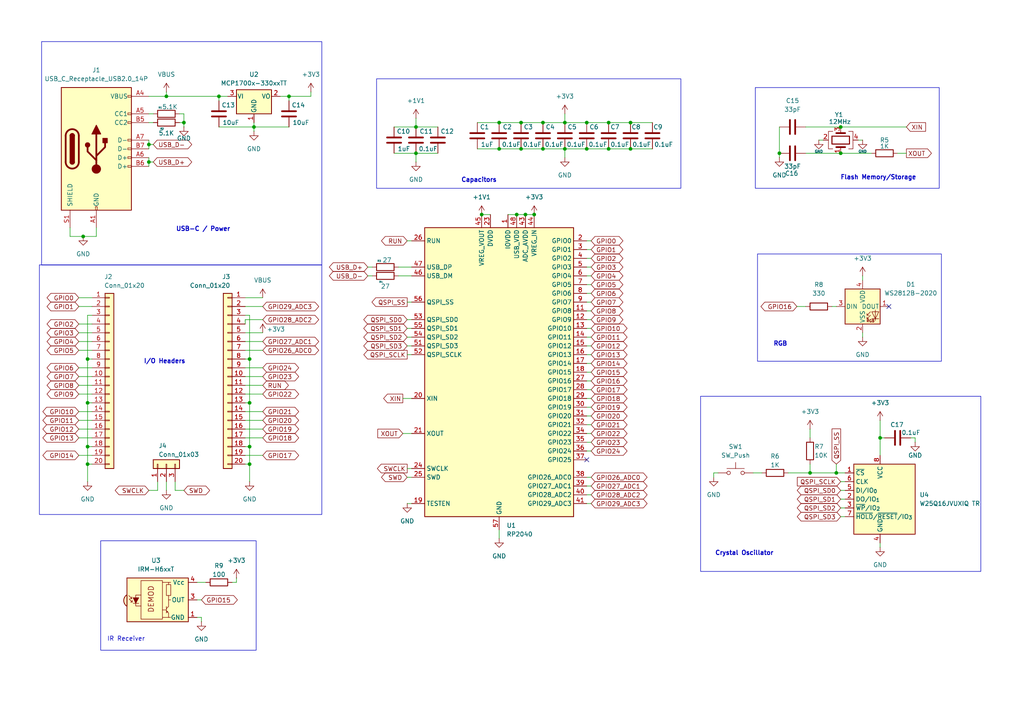
<source format=kicad_sch>
(kicad_sch (version 20250114) (generator "eeschema") (generator_version "9.0")
  (paper "A4")
  (rectangle (start 219.71 73.66) (end 273.05 104.775))
  (rectangle (start 203.2 114.935) (end 284.48 165.735))
  (rectangle (start 109.22 22.86) (end 197.485 54.61))
  (rectangle (start 12.065 12.065) (end 93.345 76.835))
  (rectangle (start 11.43 76.835) (end 93.345 149.225))
  (rectangle (start 219.075 25.4) (end 272.415 54.61))
  (rectangle (start 29.21 156.845) (end 74.295 188.595))
  (text "I/O Headers" (at 47.752 104.902 0) (effects (font (size 1.27 1.27) (thickness 0.254) (bold yes))))
  (text "RGB " (at 226.822 99.822 0) (effects (font (size 1.27 1.27) (thickness 0.254) (bold yes))))
  (text "Crystal Oscillator" (at 215.9 160.528 0) (effects (font (size 1.27 1.27) (thickness 0.254) (bold yes))))
  (text "Capacitors" (at 138.938 52.324 0) (effects (font (size 1.27 1.27) (thickness 0.254) (bold yes))))
  (text "Flash Memory/Storage" (at 254.762 51.562 0) (effects (font (size 1.27 1.27) (thickness 0.254) (bold yes))))
  (text "USB-C / Power" (at 58.928 66.548 0) (effects (font (size 1.27 1.27) (thickness 0.254) (bold yes))))
  (text "IR Receiver" (at 36.576 185.42 0) (effects (font (size 1.27 1.27))))
  (junction (at 176.53 43.18))
  (junction (at 163.83 35.56))
  (junction (at 43.18 41.91))
  (junction (at 149.86 62.23))
  (junction (at 72.39 129.54))
  (junction (at 151.13 43.18))
  (junction (at 176.53 35.56))
  (junction (at 243.84 44.45))
  (junction (at 24.13 68.58))
  (junction (at 25.4 134.62))
  (junction (at 144.78 35.56))
  (junction (at 72.39 116.84))
  (junction (at 73.66 36.83))
  (junction (at 157.48 43.18))
  (junction (at 163.83 43.18))
  (junction (at 255.27 127))
  (junction (at 226.06 44.45))
  (junction (at 182.88 35.56))
  (junction (at 170.18 35.56))
  (junction (at 72.39 104.14))
  (junction (at 170.18 43.18))
  (junction (at 243.84 36.83))
  (junction (at 154.94 62.23))
  (junction (at 234.95 137.16))
  (junction (at 151.13 35.56))
  (junction (at 120.65 36.83))
  (junction (at 242.57 137.16))
  (junction (at 63.5 27.94))
  (junction (at 157.48 35.56))
  (junction (at 25.4 129.54))
  (junction (at 144.78 43.18))
  (junction (at 83.82 27.94))
  (junction (at 48.26 27.94))
  (junction (at 72.39 134.62))
  (junction (at 152.4 62.23))
  (junction (at 43.18 46.99))
  (junction (at 25.4 116.84))
  (junction (at 25.4 104.14))
  (junction (at 120.65 44.45))
  (junction (at 139.7 62.23))
  (junction (at 182.88 43.18))
  (junction (at 53.34 35.56))
  (no_connect (at 257.81 88.9))
  (no_connect (at 170.18 133.35))
  (wire (pts (xy 170.18 92.71) (xy 171.45 92.71)))
  (wire (pts (xy 170.18 97.79) (xy 171.45 97.79)))
  (wire (pts (xy 233.68 44.45) (xy 243.84 44.45)))
  (wire (pts (xy 106.68 80.01) (xy 107.95 80.01)))
  (wire (pts (xy 63.5 36.83) (xy 73.66 36.83)))
  (wire (pts (xy 170.18 113.03) (xy 171.45 113.03)))
  (wire (pts (xy 71.12 116.84) (xy 72.39 116.84)))
  (wire (pts (xy 71.12 101.6) (xy 76.2 101.6)))
  (wire (pts (xy 45.72 139.7) (xy 45.72 142.24)))
  (wire (pts (xy 241.3 88.9) (xy 242.57 88.9)))
  (wire (pts (xy 22.86 132.08) (xy 26.67 132.08)))
  (wire (pts (xy 116.84 125.73) (xy 119.38 125.73)))
  (wire (pts (xy 243.84 144.78) (xy 245.11 144.78)))
  (wire (pts (xy 170.18 107.95) (xy 171.45 107.95)))
  (wire (pts (xy 218.44 137.16) (xy 220.98 137.16)))
  (wire (pts (xy 170.18 115.57) (xy 171.45 115.57)))
  (wire (pts (xy 170.18 90.17) (xy 171.45 90.17)))
  (wire (pts (xy 25.4 91.44) (xy 25.4 104.14)))
  (wire (pts (xy 71.12 96.52) (xy 76.2 96.52)))
  (wire (pts (xy 233.68 36.83) (xy 243.84 36.83)))
  (wire (pts (xy 170.18 120.65) (xy 171.45 120.65)))
  (wire (pts (xy 176.53 43.18) (xy 182.88 43.18)))
  (wire (pts (xy 71.12 109.22) (xy 76.2 109.22)))
  (wire (pts (xy 170.18 128.27) (xy 171.45 128.27)))
  (wire (pts (xy 170.18 100.33) (xy 171.45 100.33)))
  (wire (pts (xy 120.65 34.29) (xy 120.65 36.83)))
  (wire (pts (xy 115.57 77.47) (xy 119.38 77.47)))
  (wire (pts (xy 250.19 96.52) (xy 250.19 97.79)))
  (wire (pts (xy 22.86 88.9) (xy 26.67 88.9)))
  (wire (pts (xy 231.14 88.9) (xy 233.68 88.9)))
  (wire (pts (xy 52.07 35.56) (xy 53.34 35.56)))
  (wire (pts (xy 208.28 137.16) (xy 207.01 137.16)))
  (wire (pts (xy 71.12 104.14) (xy 72.39 104.14)))
  (wire (pts (xy 170.18 80.01) (xy 171.45 80.01)))
  (wire (pts (xy 83.82 27.94) (xy 83.82 29.21)))
  (wire (pts (xy 81.28 27.94) (xy 83.82 27.94)))
  (wire (pts (xy 71.12 114.3) (xy 76.2 114.3)))
  (wire (pts (xy 72.39 104.14) (xy 72.39 116.84)))
  (wire (pts (xy 53.34 35.56) (xy 53.34 36.83)))
  (wire (pts (xy 71.12 88.9) (xy 76.2 88.9)))
  (wire (pts (xy 116.84 115.57) (xy 119.38 115.57)))
  (wire (pts (xy 71.12 99.06) (xy 76.2 99.06)))
  (wire (pts (xy 226.06 36.83) (xy 226.06 44.45)))
  (wire (pts (xy 68.58 168.91) (xy 68.58 167.64)))
  (wire (pts (xy 118.11 102.87) (xy 119.38 102.87)))
  (wire (pts (xy 25.4 129.54) (xy 26.67 129.54)))
  (wire (pts (xy 149.86 62.23) (xy 152.4 62.23)))
  (wire (pts (xy 170.18 43.18) (xy 176.53 43.18)))
  (wire (pts (xy 20.32 68.58) (xy 24.13 68.58)))
  (wire (pts (xy 163.83 43.18) (xy 170.18 43.18)))
  (wire (pts (xy 48.26 139.7) (xy 48.26 142.24)))
  (wire (pts (xy 152.4 62.23) (xy 154.94 62.23)))
  (wire (pts (xy 26.67 116.84) (xy 25.4 116.84)))
  (wire (pts (xy 170.18 110.49) (xy 171.45 110.49)))
  (wire (pts (xy 182.88 43.18) (xy 189.23 43.18)))
  (wire (pts (xy 157.48 35.56) (xy 163.83 35.56)))
  (wire (pts (xy 255.27 157.48) (xy 255.27 158.75)))
  (wire (pts (xy 170.18 102.87) (xy 171.45 102.87)))
  (wire (pts (xy 73.66 36.83) (xy 83.82 36.83)))
  (wire (pts (xy 170.18 95.25) (xy 171.45 95.25)))
  (wire (pts (xy 138.43 43.18) (xy 144.78 43.18)))
  (wire (pts (xy 72.39 129.54) (xy 72.39 134.62)))
  (wire (pts (xy 182.88 35.56) (xy 189.23 35.56)))
  (wire (pts (xy 256.54 127) (xy 255.27 127)))
  (wire (pts (xy 170.18 125.73) (xy 171.45 125.73)))
  (wire (pts (xy 250.19 80.01) (xy 250.19 81.28)))
  (wire (pts (xy 20.32 66.04) (xy 20.32 68.58)))
  (wire (pts (xy 22.86 96.52) (xy 26.67 96.52)))
  (wire (pts (xy 243.84 44.45) (xy 252.73 44.45)))
  (wire (pts (xy 151.13 35.56) (xy 157.48 35.56)))
  (wire (pts (xy 43.18 46.99) (xy 43.18 48.26)))
  (wire (pts (xy 22.86 119.38) (xy 26.67 119.38)))
  (wire (pts (xy 22.86 121.92) (xy 26.67 121.92)))
  (wire (pts (xy 170.18 72.39) (xy 171.45 72.39)))
  (wire (pts (xy 71.12 132.08) (xy 76.2 132.08)))
  (wire (pts (xy 170.18 69.85) (xy 171.45 69.85)))
  (wire (pts (xy 27.94 68.58) (xy 24.13 68.58)))
  (wire (pts (xy 120.65 36.83) (xy 127 36.83)))
  (wire (pts (xy 255.27 127) (xy 255.27 132.08)))
  (wire (pts (xy 25.4 134.62) (xy 26.67 134.62)))
  (wire (pts (xy 26.67 104.14) (xy 25.4 104.14)))
  (wire (pts (xy 67.31 168.91) (xy 68.58 168.91)))
  (wire (pts (xy 118.11 97.79) (xy 119.38 97.79)))
  (wire (pts (xy 52.07 33.02) (xy 53.34 33.02)))
  (wire (pts (xy 118.11 100.33) (xy 119.38 100.33)))
  (wire (pts (xy 242.57 134.62) (xy 242.57 137.16)))
  (wire (pts (xy 114.3 44.45) (xy 120.65 44.45)))
  (wire (pts (xy 22.86 124.46) (xy 26.67 124.46)))
  (wire (pts (xy 234.95 137.16) (xy 242.57 137.16)))
  (wire (pts (xy 58.42 179.07) (xy 58.42 180.34)))
  (wire (pts (xy 73.66 35.56) (xy 73.66 36.83)))
  (wire (pts (xy 170.18 77.47) (xy 171.45 77.47)))
  (wire (pts (xy 43.18 45.72) (xy 43.18 46.99)))
  (wire (pts (xy 57.15 168.91) (xy 59.69 168.91)))
  (wire (pts (xy 170.18 85.09) (xy 171.45 85.09)))
  (wire (pts (xy 170.18 87.63) (xy 171.45 87.63)))
  (wire (pts (xy 71.12 86.36) (xy 76.2 86.36)))
  (wire (pts (xy 170.18 105.41) (xy 171.45 105.41)))
  (wire (pts (xy 170.18 143.51) (xy 171.45 143.51)))
  (wire (pts (xy 76.2 92.71) (xy 71.12 92.71)))
  (wire (pts (xy 234.95 134.62) (xy 234.95 137.16)))
  (wire (pts (xy 71.12 111.76) (xy 76.2 111.76)))
  (wire (pts (xy 57.15 173.99) (xy 58.42 173.99)))
  (wire (pts (xy 170.18 35.56) (xy 176.53 35.56)))
  (wire (pts (xy 71.12 127) (xy 76.2 127)))
  (wire (pts (xy 163.83 43.18) (xy 163.83 45.72)))
  (wire (pts (xy 50.8 139.7) (xy 50.8 142.24)))
  (wire (pts (xy 106.68 77.47) (xy 107.95 77.47)))
  (wire (pts (xy 71.12 134.62) (xy 72.39 134.62)))
  (wire (pts (xy 71.12 119.38) (xy 76.2 119.38)))
  (wire (pts (xy 144.78 153.67) (xy 144.78 156.21)))
  (wire (pts (xy 118.11 138.43) (xy 119.38 138.43)))
  (wire (pts (xy 73.66 36.83) (xy 73.66 38.1)))
  (wire (pts (xy 243.84 139.7) (xy 245.11 139.7)))
  (wire (pts (xy 25.4 104.14) (xy 25.4 116.84)))
  (wire (pts (xy 114.3 36.83) (xy 120.65 36.83)))
  (wire (pts (xy 71.12 121.92) (xy 76.2 121.92)))
  (wire (pts (xy 207.01 137.16) (xy 207.01 138.43)))
  (wire (pts (xy 265.43 127) (xy 265.43 128.27)))
  (wire (pts (xy 57.15 179.07) (xy 58.42 179.07)))
  (wire (pts (xy 72.39 134.62) (xy 72.39 139.7)))
  (wire (pts (xy 63.5 27.94) (xy 66.04 27.94)))
  (wire (pts (xy 71.12 106.68) (xy 76.2 106.68)))
  (wire (pts (xy 71.12 129.54) (xy 72.39 129.54)))
  (wire (pts (xy 176.53 35.56) (xy 182.88 35.56)))
  (wire (pts (xy 138.43 35.56) (xy 144.78 35.56)))
  (wire (pts (xy 163.83 33.02) (xy 163.83 35.56)))
  (wire (pts (xy 157.48 43.18) (xy 163.83 43.18)))
  (wire (pts (xy 170.18 130.81) (xy 171.45 130.81)))
  (wire (pts (xy 170.18 140.97) (xy 171.45 140.97)))
  (wire (pts (xy 43.18 35.56) (xy 44.45 35.56)))
  (wire (pts (xy 139.7 62.23) (xy 142.24 62.23)))
  (wire (pts (xy 43.18 40.64) (xy 43.18 41.91)))
  (wire (pts (xy 50.8 142.24) (xy 53.34 142.24)))
  (wire (pts (xy 170.18 82.55) (xy 171.45 82.55)))
  (wire (pts (xy 243.84 142.24) (xy 245.11 142.24)))
  (wire (pts (xy 243.84 147.32) (xy 245.11 147.32)))
  (wire (pts (xy 118.11 87.63) (xy 119.38 87.63)))
  (wire (pts (xy 43.18 27.94) (xy 48.26 27.94)))
  (wire (pts (xy 26.67 91.44) (xy 25.4 91.44)))
  (wire (pts (xy 22.86 93.98) (xy 26.67 93.98)))
  (wire (pts (xy 22.86 101.6) (xy 26.67 101.6)))
  (wire (pts (xy 25.4 116.84) (xy 25.4 129.54)))
  (wire (pts (xy 43.18 41.91) (xy 43.18 43.18)))
  (wire (pts (xy 255.27 121.92) (xy 255.27 127)))
  (wire (pts (xy 144.78 43.18) (xy 151.13 43.18)))
  (wire (pts (xy 119.38 146.05) (xy 118.11 146.05)))
  (wire (pts (xy 48.26 27.94) (xy 63.5 27.94)))
  (wire (pts (xy 90.17 27.94) (xy 83.82 27.94)))
  (wire (pts (xy 151.13 43.18) (xy 157.48 43.18)))
  (wire (pts (xy 90.17 26.67) (xy 90.17 27.94)))
  (wire (pts (xy 120.65 44.45) (xy 120.65 46.99)))
  (wire (pts (xy 226.06 44.45) (xy 226.06 45.72)))
  (wire (pts (xy 260.35 44.45) (xy 262.89 44.45)))
  (wire (pts (xy 242.57 137.16) (xy 245.11 137.16)))
  (wire (pts (xy 238.76 40.64) (xy 237.49 40.64)))
  (wire (pts (xy 120.65 44.45) (xy 127 44.45)))
  (wire (pts (xy 71.12 92.71) (xy 71.12 93.98)))
  (wire (pts (xy 115.57 80.01) (xy 119.38 80.01)))
  (wire (pts (xy 118.11 95.25) (xy 119.38 95.25)))
  (wire (pts (xy 170.18 146.05) (xy 171.45 146.05)))
  (wire (pts (xy 22.86 86.36) (xy 26.67 86.36)))
  (wire (pts (xy 22.86 106.68) (xy 26.67 106.68)))
  (wire (pts (xy 243.84 36.83) (xy 262.89 36.83)))
  (wire (pts (xy 27.94 66.04) (xy 27.94 68.58)))
  (wire (pts (xy 22.86 99.06) (xy 26.67 99.06)))
  (wire (pts (xy 264.16 127) (xy 265.43 127)))
  (wire (pts (xy 43.18 46.99) (xy 44.45 46.99)))
  (wire (pts (xy 170.18 74.93) (xy 171.45 74.93)))
  (wire (pts (xy 25.4 129.54) (xy 25.4 134.62)))
  (wire (pts (xy 22.86 111.76) (xy 26.67 111.76)))
  (wire (pts (xy 118.11 135.89) (xy 119.38 135.89)))
  (wire (pts (xy 22.86 127) (xy 26.67 127)))
  (wire (pts (xy 118.11 69.85) (xy 119.38 69.85)))
  (wire (pts (xy 71.12 124.46) (xy 76.2 124.46)))
  (wire (pts (xy 71.12 91.44) (xy 72.39 91.44)))
  (wire (pts (xy 53.34 33.02) (xy 53.34 35.56)))
  (wire (pts (xy 147.32 62.23) (xy 149.86 62.23)))
  (wire (pts (xy 43.18 41.91) (xy 44.45 41.91)))
  (wire (pts (xy 118.11 92.71) (xy 119.38 92.71)))
  (wire (pts (xy 72.39 116.84) (xy 72.39 129.54)))
  (wire (pts (xy 144.78 35.56) (xy 151.13 35.56)))
  (wire (pts (xy 170.18 118.11) (xy 171.45 118.11)))
  (wire (pts (xy 163.83 35.56) (xy 170.18 35.56)))
  (wire (pts (xy 170.18 138.43) (xy 171.45 138.43)))
  (wire (pts (xy 43.18 33.02) (xy 44.45 33.02)))
  (wire (pts (xy 72.39 91.44) (xy 72.39 104.14)))
  (wire (pts (xy 248.92 40.64) (xy 250.19 40.64)))
  (wire (pts (xy 45.72 142.24) (xy 43.18 142.24)))
  (wire (pts (xy 243.84 149.86) (xy 245.11 149.86)))
  (wire (pts (xy 22.86 114.3) (xy 26.67 114.3)))
  (wire (pts (xy 170.18 123.19) (xy 171.45 123.19)))
  (wire (pts (xy 63.5 27.94) (xy 63.5 29.21)))
  (wire (pts (xy 22.86 109.22) (xy 26.67 109.22)))
  (wire (pts (xy 48.26 26.67) (xy 48.26 27.94)))
  (wire (pts (xy 228.6 137.16) (xy 234.95 137.16)))
  (wire (pts (xy 25.4 134.62) (xy 25.4 139.7)))
  (wire (pts (xy 234.95 124.46) (xy 234.95 127)))
  (global_label "GPIO5" (shape bidirectional) (at 22.86 101.6 180) (property "Intersheetrefs" "${INTERSHEET_REFS}" (effects (hide yes))))
  (global_label "GPIO26_ADC0" (shape bidirectional) (at 76.2 101.6 0) (property "Intersheetrefs" "${INTERSHEET_REFS}" (effects (hide yes))))
  (global_label "QSPI_SD3" (shape bidirectional) (at 118.11 100.33 180) (property "Intersheetrefs" "${INTERSHEET_REFS}" (effects (hide yes))))
  (global_label "GPIO2" (shape bidirectional) (at 171.45 74.93 0) (property "Intersheetrefs" "${INTERSHEET_REFS}" (effects (hide yes))))
  (global_label "GPIO13" (shape bidirectional) (at 22.86 127 180) (property "Intersheetrefs" "${INTERSHEET_REFS}" (effects (hide yes))))
  (global_label "GPIO18" (shape bidirectional) (at 171.45 115.57 0) (property "Intersheetrefs" "${INTERSHEET_REFS}" (effects (hide yes))))
  (global_label "QSPI_SD0" (shape bidirectional) (at 243.84 142.24 180) (property "Intersheetrefs" "${INTERSHEET_REFS}" (effects (hide yes))))
  (global_label "GPIO6" (shape bidirectional) (at 22.86 106.68 180) (property "Intersheetrefs" "${INTERSHEET_REFS}" (effects (hide yes))))
  (global_label "GPIO14" (shape bidirectional) (at 171.45 105.41 0) (property "Intersheetrefs" "${INTERSHEET_REFS}" (effects (hide yes))))
  (global_label "SWD" (shape bidirectional) (at 118.11 138.43 180) (property "Intersheetrefs" "${INTERSHEET_REFS}" (effects (hide yes))))
  (global_label "GPIO28_ADC2" (shape bidirectional) (at 76.2 92.71 0) (property "Intersheetrefs" "${INTERSHEET_REFS}" (effects (hide yes))))
  (global_label "GPIO18" (shape bidirectional) (at 76.2 127 0) (property "Intersheetrefs" "${INTERSHEET_REFS}" (effects (hide yes))))
  (global_label "SWCLK" (shape bidirectional) (at 43.18 142.24 180) (property "Intersheetrefs" "${INTERSHEET_REFS}" (effects (hide yes))))
  (global_label "GPIO8" (shape bidirectional) (at 22.86 111.76 180) (property "Intersheetrefs" "${INTERSHEET_REFS}" (effects (hide yes))))
  (global_label "GPIO8" (shape bidirectional) (at 171.45 90.17 0) (property "Intersheetrefs" "${INTERSHEET_REFS}" (effects (hide yes))))
  (global_label "GPIO13" (shape bidirectional) (at 171.45 102.87 0) (property "Intersheetrefs" "${INTERSHEET_REFS}" (effects (hide yes))))
  (global_label "GPIO6" (shape bidirectional) (at 171.45 85.09 0) (property "Intersheetrefs" "${INTERSHEET_REFS}" (effects (hide yes))))
  (global_label "RUN" (shape bidirectional) (at 118.11 69.85 180) (property "Intersheetrefs" "${INTERSHEET_REFS}" (effects (hide yes))))
  (global_label "GPIO3" (shape bidirectional) (at 22.86 96.52 180) (property "Intersheetrefs" "${INTERSHEET_REFS}" (effects (hide yes))))
  (global_label "GPIO11" (shape bidirectional) (at 171.45 97.79 0) (property "Intersheetrefs" "${INTERSHEET_REFS}" (effects (hide yes))))
  (global_label "GPIO7" (shape bidirectional) (at 22.86 109.22 180) (property "Intersheetrefs" "${INTERSHEET_REFS}" (effects (hide yes))))
  (global_label "GPIO24" (shape bidirectional) (at 171.45 130.81 0) (property "Intersheetrefs" "${INTERSHEET_REFS}" (effects (hide yes))))
  (global_label "QSPI_SD2" (shape bidirectional) (at 118.11 97.79 180) (property "Intersheetrefs" "${INTERSHEET_REFS}" (effects (hide yes))))
  (global_label "QSPI_SD2" (shape bidirectional) (at 243.84 147.32 180) (property "Intersheetrefs" "${INTERSHEET_REFS}" (effects (hide yes))))
  (global_label "SWCLK" (shape output) (at 118.11 135.89 180) (property "Intersheetrefs" "${INTERSHEET_REFS}" (effects (hide yes))))
  (global_label "XOUT" (shape output) (at 262.89 44.45 0) (property "Intersheetrefs" "${INTERSHEET_REFS}" (effects (hide yes))))
  (global_label "GPIO9" (shape bidirectional) (at 171.45 92.71 0) (property "Intersheetrefs" "${INTERSHEET_REFS}" (effects (hide yes))))
  (global_label "GPIO21" (shape bidirectional) (at 76.2 119.38 0) (property "Intersheetrefs" "${INTERSHEET_REFS}" (effects (hide yes))))
  (global_label "XOUT" (shape input) (at 116.84 125.73 180) (property "Intersheetrefs" "${INTERSHEET_REFS}" (effects (hide yes))))
  (global_label "GPIO16" (shape bidirectional) (at 231.14 88.9 180) (property "Intersheetrefs" "${INTERSHEET_REFS}" (effects (hide yes))))
  (global_label "GPIO28_ADC2" (shape bidirectional) (at 171.45 143.51 0) (property "Intersheetrefs" "${INTERSHEET_REFS}" (effects (hide yes))))
  (global_label "QSPI_SS" (shape output) (at 118.11 87.63 180) (property "Intersheetrefs" "${INTERSHEET_REFS}" (effects (hide yes))))
  (global_label "GPIO5" (shape bidirectional) (at 171.45 82.55 0) (property "Intersheetrefs" "${INTERSHEET_REFS}" (effects (hide yes))))
  (global_label "GPIO11" (shape bidirectional) (at 22.86 121.92 180) (property "Intersheetrefs" "${INTERSHEET_REFS}" (effects (hide yes))))
  (global_label "USB_D-" (shape bidirectional) (at 44.45 41.91 0) (property "Intersheetrefs" "${INTERSHEET_REFS}" (effects (hide yes))))
  (global_label "QSPI_SD1" (shape bidirectional) (at 243.84 144.78 180) (property "Intersheetrefs" "${INTERSHEET_REFS}" (effects (hide yes))))
  (global_label "GPIO4" (shape bidirectional) (at 22.86 99.06 180) (property "Intersheetrefs" "${INTERSHEET_REFS}" (effects (hide yes))))
  (global_label "GPIO29_ADC3" (shape bidirectional) (at 76.2 88.9 0) (property "Intersheetrefs" "${INTERSHEET_REFS}" (effects (hide yes))))
  (global_label "GPIO22" (shape bidirectional) (at 76.2 114.3 0) (property "Intersheetrefs" "${INTERSHEET_REFS}" (effects (hide yes))))
  (global_label "GPIO12" (shape bidirectional) (at 171.45 100.33 0) (property "Intersheetrefs" "${INTERSHEET_REFS}" (effects (hide yes))))
  (global_label "GPIO2" (shape bidirectional) (at 22.86 93.98 180) (property "Intersheetrefs" "${INTERSHEET_REFS}" (effects (hide yes))))
  (global_label "GPIO15" (shape bidirectional) (at 58.42 173.99 0) (property "Intersheetrefs" "${INTERSHEET_REFS}" (effects (hide yes))))
  (global_label "GPIO10" (shape bidirectional) (at 171.45 95.25 0) (property "Intersheetrefs" "${INTERSHEET_REFS}" (effects (hide yes))))
  (global_label "GPIO19" (shape bidirectional) (at 76.2 124.46 0) (property "Intersheetrefs" "${INTERSHEET_REFS}" (effects (hide yes))))
  (global_label "XIN" (shape input) (at 262.89 36.83 0) (property "Intersheetrefs" "${INTERSHEET_REFS}" (effects (hide yes))))
  (global_label "GPIO0" (shape bidirectional) (at 171.45 69.85 0) (property "Intersheetrefs" "${INTERSHEET_REFS}" (effects (hide yes))))
  (global_label "GPIO10" (shape bidirectional) (at 22.86 119.38 180) (property "Intersheetrefs" "${INTERSHEET_REFS}" (effects (hide yes))))
  (global_label "USB_D+" (shape bidirectional) (at 106.68 77.47 180) (property "Intersheetrefs" "${INTERSHEET_REFS}" (effects (hide yes))))
  (global_label "RUN" (shape bidirectional) (at 76.2 111.76 0) (property "Intersheetrefs" "${INTERSHEET_REFS}" (effects (hide yes))))
  (global_label "QSPI_SCLK" (shape output) (at 118.11 102.87 180) (property "Intersheetrefs" "${INTERSHEET_REFS}" (effects (hide yes))))
  (global_label "GPIO16" (shape bidirectional) (at 171.45 110.49 0) (property "Intersheetrefs" "${INTERSHEET_REFS}" (effects (hide yes))))
  (global_label "QSPI_SD3" (shape bidirectional) (at 243.84 149.86 180) (property "Intersheetrefs" "${INTERSHEET_REFS}" (effects (hide yes))))
  (global_label "GPIO4" (shape bidirectional) (at 171.45 80.01 0) (property "Intersheetrefs" "${INTERSHEET_REFS}" (effects (hide yes))))
  (global_label "GPIO1" (shape bidirectional) (at 22.86 88.9 180) (property "Intersheetrefs" "${INTERSHEET_REFS}" (effects (hide yes))))
  (global_label "XIN" (shape output) (at 116.84 115.57 180) (property "Intersheetrefs" "${INTERSHEET_REFS}" (effects (hide yes))))
  (global_label "GPIO20" (shape bidirectional) (at 171.45 120.65 0) (property "Intersheetrefs" "${INTERSHEET_REFS}" (effects (hide yes))))
  (global_label "QSPI_SD1" (shape bidirectional) (at 118.11 95.25 180) (property "Intersheetrefs" "${INTERSHEET_REFS}" (effects (hide yes))))
  (global_label "GPIO23" (shape bidirectional) (at 76.2 109.22 0) (property "Intersheetrefs" "${INTERSHEET_REFS}" (effects (hide yes))))
  (global_label "QSPI_SCLK" (shape input) (at 243.84 139.7 180) (property "Intersheetrefs" "${INTERSHEET_REFS}" (effects (hide yes))))
  (global_label "SWD" (shape bidirectional) (at 53.34 142.24 0) (property "Intersheetrefs" "${INTERSHEET_REFS}" (effects (hide yes))))
  (global_label "GPIO7" (shape bidirectional) (at 171.45 87.63 0) (property "Intersheetrefs" "${INTERSHEET_REFS}" (effects (hide yes))))
  (global_label "QSPI_SS" (shape input) (at 242.57 134.62 90) (property "Intersheetrefs" "${INTERSHEET_REFS}" (effects (hide yes))))
  (global_label "GPIO24" (shape bidirectional) (at 76.2 106.68 0) (property "Intersheetrefs" "${INTERSHEET_REFS}" (effects (hide yes))))
  (global_label "GPIO29_ADC3" (shape bidirectional) (at 171.45 146.05 0) (property "Intersheetrefs" "${INTERSHEET_REFS}" (effects (hide yes))))
  (global_label "GPIO27_ADC1" (shape bidirectional) (at 76.2 99.06 0) (property "Intersheetrefs" "${INTERSHEET_REFS}" (effects (hide yes))))
  (global_label "GPIO20" (shape bidirectional) (at 76.2 121.92 0) (property "Intersheetrefs" "${INTERSHEET_REFS}" (effects (hide yes))))
  (global_label "GPIO9" (shape bidirectional) (at 22.86 114.3 180) (property "Intersheetrefs" "${INTERSHEET_REFS}" (effects (hide yes))))
  (global_label "GPIO21" (shape bidirectional) (at 171.45 123.19 0) (property "Intersheetrefs" "${INTERSHEET_REFS}" (effects (hide yes))))
  (global_label "QSPI_SD0" (shape bidirectional) (at 118.11 92.71 180) (property "Intersheetrefs" "${INTERSHEET_REFS}" (effects (hide yes))))
  (global_label "GPIO14" (shape bidirectional) (at 22.86 132.08 180) (property "Intersheetrefs" "${INTERSHEET_REFS}" (effects (hide yes))))
  (global_label "GPIO12" (shape bidirectional) (at 22.86 124.46 180) (property "Intersheetrefs" "${INTERSHEET_REFS}" (effects (hide yes))))
  (global_label "GPIO23" (shape bidirectional) (at 171.45 128.27 0) (property "Intersheetrefs" "${INTERSHEET_REFS}" (effects (hide yes))))
  (global_label "GPIO17" (shape bidirectional) (at 171.45 113.03 0) (property "Intersheetrefs" "${INTERSHEET_REFS}" (effects (hide yes))))
  (global_label "USB_D-" (shape bidirectional) (at 106.68 80.01 180) (property "Intersheetrefs" "${INTERSHEET_REFS}" (effects (hide yes))))
  (global_label "GPIO0" (shape bidirectional) (at 22.86 86.36 180) (property "Intersheetrefs" "${INTERSHEET_REFS}" (effects (hide yes))))
  (global_label "GPIO27_ADC1" (shape bidirectional) (at 171.45 140.97 0) (property "Intersheetrefs" "${INTERSHEET_REFS}" (effects (hide yes))))
  (global_label "GPIO3" (shape bidirectional) (at 171.45 77.47 0) (property "Intersheetrefs" "${INTERSHEET_REFS}" (effects (hide yes))))
  (global_label "GPIO19" (shape bidirectional) (at 171.45 118.11 0) (property "Intersheetrefs" "${INTERSHEET_REFS}" (effects (hide yes))))
  (global_label "USB_D+" (shape bidirectional) (at 44.45 46.99 0) (property "Intersheetrefs" "${INTERSHEET_REFS}" (effects (hide yes))))
  (global_label "GPIO1" (shape bidirectional) (at 171.45 72.39 0) (property "Intersheetrefs" "${INTERSHEET_REFS}" (effects (hide yes))))
  (global_label "GPIO22" (shape bidirectional) (at 171.45 125.73 0) (property "Intersheetrefs" "${INTERSHEET_REFS}" (effects (hide yes))))
  (global_label "GPIO17" (shape bidirectional) (at 76.2 132.08 0) (property "Intersheetrefs" "${INTERSHEET_REFS}" (effects (hide yes))))
  (global_label "GPIO26_ADC0" (shape bidirectional) (at 171.45 138.43 0) (property "Intersheetrefs" "${INTERSHEET_REFS}" (effects (hide yes))))
  (global_label "GPIO15" (shape bidirectional) (at 171.45 107.95 0) (property "Intersheetrefs" "${INTERSHEET_REFS}" (effects (hide yes))))
  (symbol (lib_id "power:GND") (at 24.13 68.58 0) (unit 1)
    (property "Reference" "#PWR08" (effects (hide yes)))
    (property "Value" "GND" (at 24.13 73.66 0))
    (property "Description" "Power symbol creates a global label with name \"GND\" , ground" (effects (hide yes)))
  )
  (symbol (lib_id "power:GND") (at 72.39 139.7 0) (unit 1)
    (property "Reference" "#PWR023" (effects (hide yes)))
    (property "Value" "GND" (at 72.39 144.78 0))
    (property "Description" "Power symbol creates a global label with name \"GND\" , ground" (effects (hide yes)))
  )
  (symbol (lib_id "power:GND") (at 237.49 40.64 0) (unit 1)
    (property "Reference" "#PWR013" (effects (hide yes)))
    (property "Value" "GND" (at 237.49 43.942 0) (effects (font (size 0.762 0.762))))
    (property "Description" "Power symbol creates a global label with name \"GND\" , ground" (effects (hide yes)))
  )
  (symbol (lib_id "Device:R") (at 237.49 88.9 90) (unit 1)
    (property "Reference" "R8" (at 237.49 82.55 90))
    (property "Value" "330" (at 237.49 85.09 90))
    (property "Footprint" "Capacitor_SMD:C_0402_1005Metric" (effects (hide yes)))
    (property "Description" "Resistor" (effects (hide yes)))
  )
  (symbol (lib_id "Device:C") (at 182.88 39.37 0) (unit 1)
    (property "Reference" "C8" (at 183.134 36.83 0) (effects (justify left)))
    (property "Value" "0.1uF" (at 183.388 41.91 0) (effects (justify left)))
    (property "Footprint" "Capacitor_SMD:C_0402_1005Metric" (effects (hide yes)))
    (property "Description" "Unpolarized capacitor" (effects (hide yes)))
  )
  (symbol (lib_id "Device:C") (at 127 40.64 0) (unit 1)
    (property "Reference" "C12" (at 127.762 38.1 0) (effects (justify left)))
    (property "Value" "0.1uF" (effects (hide yes)))
    (property "Footprint" "Capacitor_SMD:C_0402_1005Metric" (effects (hide yes)))
    (property "Description" "Unpolarized capacitor" (effects (hide yes)))
  )
  (symbol (lib_id "Device:R") (at 48.26 33.02 90) (unit 1)
    (property "Reference" "R1" (at 46.482 31.242 90) (effects (font (size 0.508 0.508))))
    (property "Value" "5.1K" (at 49.276 30.988 90))
    (property "Footprint" "Capacitor_SMD:C_0402_1005Metric" (effects (hide yes)))
    (property "Description" "Resistor" (effects (hide yes)))
  )
  (symbol (lib_id "Connector_Generic:Conn_01x20") (at 31.75 109.22 0) (unit 1)
    (property "Reference" "J2" (at 30.226 80.264 0) (effects (justify left)))
    (property "Value" "Conn_01x20" (at 30.226 82.804 0) (effects (justify left)))
    (property "Footprint" "Connector_PinHeader_2.54mm:PinHeader_1x20_P2.54mm_Vertical" (effects (hide yes)))
    (property "Description" "Generic connector, single row, 01x20, script generated (kicad-library-utils/schlib/autogen/connector/)" (effects (hide yes)))
  )
  (symbol (lib_id "Device:R") (at 224.79 137.16 90) (unit 1)
    (property "Reference" "R6" (at 224.79 132.334 90))
    (property "Value" "1K" (at 224.79 134.874 90))
    (property "Footprint" "Capacitor_SMD:C_0402_1005Metric" (effects (hide yes)))
    (property "Description" "Resistor" (effects (hide yes)))
  )
  (symbol (lib_id "Device:C") (at 260.35 127 90) (unit 1)
    (property "Reference" "C17" (at 262.128 123.19 90) (effects (justify left)))
    (property "Value" "0.1uF" (at 266.954 125.476 90) (effects (justify left)))
    (property "Footprint" "Capacitor_SMD:C_0402_1005Metric" (effects (hide yes)))
    (property "Description" "Unpolarized capacitor" (effects (hide yes)))
  )
  (symbol (lib_id "Device:C") (at 229.87 36.83 90) (unit 1)
    (property "Reference" "C15" (at 229.87 29.21 90))
    (property "Value" "33pF" (at 229.87 31.75 90))
    (property "Footprint" "Capacitor_SMD:C_0402_1005Metric" (effects (hide yes)))
    (property "Description" "Unpolarized capacitor" (effects (hide yes)))
  )
  (symbol (lib_id "power:GND") (at 207.01 138.43 0) (unit 1)
    (property "Reference" "#PWR020" (effects (hide yes)))
    (property "Value" "GND" (at 207.01 143.51 0))
    (property "Description" "Power symbol creates a global label with name \"GND\" , ground" (effects (hide yes)))
  )
  (symbol (lib_id "power:GND") (at 255.27 158.75 0) (unit 1)
    (property "Reference" "#PWR016" (effects (hide yes)))
    (property "Value" "GND" (at 255.27 163.83 0))
    (property "Description" "Power symbol creates a global label with name \"GND\" , ground" (effects (hide yes)))
  )
  (symbol (lib_id "power:+3V3") (at 68.58 167.64 0) (unit 1)
    (property "Reference" "#PWR030" (effects (hide yes)))
    (property "Value" "+3V3" (at 68.58 162.56 0))
    (property "Description" "Power symbol creates a global label with name \"+3V3\"" (effects (hide yes)))
  )
  (symbol (lib_id "power:+3V3") (at 90.17 26.67 0) (unit 1)
    (property "Reference" "#PWR011" (effects (hide yes)))
    (property "Value" "+3V3" (at 90.17 21.59 0))
    (property "Description" "Power symbol creates a global label with name \"+3V3\"" (effects (hide yes)))
  )
  (symbol (lib_id "Device:R") (at 256.54 44.45 90) (unit 1)
    (property "Reference" "R5" (at 256.54 40.64 90))
    (property "Value" "1K" (at 256.54 42.418 90))
    (property "Footprint" "Capacitor_SMD:C_0402_1005Metric" (effects (hide yes)))
    (property "Description" "Resistor" (effects (hide yes)))
  )
  (symbol (lib_id "power:GND") (at 250.19 97.79 0) (unit 1)
    (property "Reference" "#PWR027" (effects (hide yes)))
    (property "Value" "GND" (at 250.19 102.87 0))
    (property "Description" "Power symbol creates a global label with name \"GND\" , ground" (effects (hide yes)))
  )
  (symbol (lib_id "Device:C") (at 63.5 33.02 0) (unit 1)
    (property "Reference" "C13" (at 64.262 30.48 0) (effects (justify left)))
    (property "Value" "10uF" (at 64.516 35.56 0) (effects (justify left)))
    (property "Footprint" "Capacitor_SMD:C_0603_1608Metric" (effects (hide yes)))
    (property "Description" "Unpolarized capacitor" (effects (hide yes)))
  )
  (symbol (lib_id "power:GND") (at 73.66 38.1 0) (unit 1)
    (property "Reference" "#PWR010" (effects (hide yes)))
    (property "Value" "GND" (at 73.66 43.18 0))
    (property "Description" "Power symbol creates a global label with name \"GND\" , ground" (effects (hide yes)))
  )
  (symbol (lib_id "Device:C") (at 189.23 39.37 0) (unit 1)
    (property "Reference" "C9" (at 189.484 36.83 0) (effects (justify left)))
    (property "Value" "0.1uF" (at 189.738 41.91 0) (effects (justify left)))
    (property "Footprint" "Capacitor_SMD:C_0402_1005Metric" (effects (hide yes)))
    (property "Description" "Unpolarized capacitor" (effects (hide yes)))
  )
  (symbol (lib_id "power:VBUS") (at 48.26 26.67 0) (unit 1)
    (property "Reference" "#PWR012" (effects (hide yes)))
    (property "Value" "VBUS" (at 48.26 21.59 0))
    (property "Description" "Power symbol creates a global label with name \"VBUS\"" (effects (hide yes)))
  )
  (symbol (lib_id "Device:C") (at 144.78 39.37 0) (unit 1)
    (property "Reference" "C2" (at 145.796 36.83 0) (effects (justify left)))
    (property "Value" "0.1uF" (at 145.542 41.91 0) (effects (justify left)))
    (property "Footprint" "Capacitor_SMD:C_0402_1005Metric" (effects (hide yes)))
    (property "Description" "Unpolarized capacitor" (effects (hide yes)))
  )
  (symbol (lib_id "power:GND") (at 58.42 180.34 0) (unit 1)
    (property "Reference" "#PWR029" (effects (hide yes)))
    (property "Value" "GND" (at 58.42 185.42 0))
    (property "Description" "Power symbol creates a global label with name \"GND\" , ground" (effects (hide yes)))
  )
  (symbol (lib_id "Device:R") (at 111.76 77.47 90) (unit 1)
    (property "Reference" "R3" (at 109.982 75.692 90) (effects (font (size 0.508 0.508))))
    (property "Value" "27" (at 112.268 75.438 90))
    (property "Footprint" "Capacitor_SMD:C_0402_1005Metric" (effects (hide yes)))
    (property "Description" "Resistor" (effects (hide yes)))
  )
  (symbol (lib_id "Device:Crystal_GND24") (at 243.84 40.64 90) (unit 1)
    (property "Reference" "Y1" (at 243.332 33.274 90))
    (property "Value" "12MHz" (at 243.586 35.306 90))
    (property "Footprint" "Crystal:Crystal_SMD_3225-4Pin_3.2x2.5mm" (effects (hide yes)))
    (property "Description" "Four pin crystal, GND on pins 2 and 4" (effects (hide yes)))
  )
  (symbol (lib_id "Device:R") (at 48.26 35.56 90) (unit 1)
    (property "Reference" "R2" (at 46.99 37.338 90) (effects (font (size 0.508 0.508))))
    (property "Value" "5.1K" (at 48.26 38.608 90))
    (property "Footprint" "Capacitor_SMD:C_0402_1005Metric" (effects (hide yes)))
    (property "Description" "Resistor" (effects (hide yes)))
  )
  (symbol (lib_id "power:GND") (at 265.43 128.27 0) (unit 1)
    (property "Reference" "#PWR017" (effects (hide yes)))
    (property "Value" "GND" (at 265.43 132.08 0))
    (property "Description" "Power symbol creates a global label with name \"GND\" , ground" (effects (hide yes)))
  )
  (symbol (lib_id "Device:C") (at 151.13 39.37 0) (unit 1)
    (property "Reference" "C3" (at 151.892 36.83 0) (effects (justify left)))
    (property "Value" "0.1uF" (at 151.638 41.91 0) (effects (justify left)))
    (property "Footprint" "Capacitor_SMD:C_0402_1005Metric" (effects (hide yes)))
    (property "Description" "Unpolarized capacitor" (effects (hide yes)))
  )
  (symbol (lib_id "power:+3V3") (at 234.95 124.46 0) (unit 1)
    (property "Reference" "#PWR019" (effects (hide yes)))
    (property "Value" "+3V3" (at 234.95 119.38 0))
    (property "Description" "Power symbol creates a global label with name \"+3V3\"" (effects (hide yes)))
  )
  (symbol (lib_id "Device:C") (at 114.3 40.64 0) (unit 1)
    (property "Reference" "C10" (at 115.062 38.1 0) (effects (justify left)))
    (property "Value" "1uF" (at 115.316 43.18 0) (effects (justify left)))
    (property "Footprint" "Capacitor_SMD:C_0402_1005Metric" (effects (hide yes)))
    (property "Description" "Unpolarized capacitor" (effects (hide yes)))
  )
  (symbol (lib_id "power:+1V1") (at 139.7 62.23 0) (unit 1)
    (property "Reference" "#PWR01" (effects (hide yes)))
    (property "Value" "+1V1" (at 139.7 57.15 0))
    (property "Description" "Power symbol creates a global label with name \"+1V1\"" (effects (hide yes)))
  )
  (symbol (lib_id "Device:C") (at 176.53 39.37 0) (unit 1)
    (property "Reference" "C7" (at 177.038 36.83 0) (effects (justify left)))
    (property "Value" "0.1uF" (at 177.038 41.91 0) (effects (justify left)))
    (property "Footprint" "Capacitor_SMD:C_0402_1005Metric" (effects (hide yes)))
    (property "Description" "Unpolarized capacitor" (effects (hide yes)))
  )
  (symbol (lib_id "power:GND") (at 25.4 139.7 0) (unit 1)
    (property "Reference" "#PWR022" (effects (hide yes)))
    (property "Value" "GND" (at 25.4 144.78 0))
    (property "Description" "Power symbol creates a global label with name \"GND\" , ground" (effects (hide yes)))
  )
  (symbol (lib_id "power:GND") (at 163.83 45.72 0) (unit 1)
    (property "Reference" "#PWR03" (effects (hide yes)))
    (property "Value" "GND" (at 163.83 50.8 0))
    (property "Description" "Power symbol creates a global label with name \"GND\" , ground" (effects (hide yes)))
  )
  (symbol (lib_id "power:GND") (at 53.34 36.83 0) (unit 1)
    (property "Reference" "#PWR09" (effects (hide yes)))
    (property "Value" "GND" (at 53.34 40.132 0))
    (property "Description" "Power symbol creates a global label with name \"GND\" , ground" (effects (hide yes)))
  )
  (symbol (lib_id "power:+3V3") (at 250.19 80.01 0) (unit 1)
    (property "Reference" "#PWR028" (effects (hide yes)))
    (property "Value" "+3V3" (at 250.19 74.93 0))
    (property "Description" "Power symbol creates a global label with name \"+3V3\"" (effects (hide yes)))
  )
  (symbol (lib_id "power:+1V1") (at 120.65 34.29 0) (unit 1)
    (property "Reference" "#PWR05" (effects (hide yes)))
    (property "Value" "+1V1" (at 120.65 29.21 0))
    (property "Description" "Power symbol creates a global label with name \"+1V1\"" (effects (hide yes)))
  )
  (symbol (lib_id "Device:R") (at 111.76 80.01 90) (unit 1)
    (property "Reference" "R4" (at 110.49 81.788 90) (effects (font (size 0.508 0.508))))
    (property "Value" "27" (at 111.76 83.058 90))
    (property "Footprint" "Capacitor_SMD:C_0402_1005Metric" (effects (hide yes)))
    (property "Description" "Resistor" (effects (hide yes)))
  )
  (symbol (lib_id "Device:C") (at 229.87 44.45 90) (unit 1)
    (property "Reference" "C16" (at 229.616 50.292 90))
    (property "Value" "33pF" (at 229.87 48.26 90))
    (property "Footprint" "Capacitor_SMD:C_0402_1005Metric" (effects (hide yes)))
    (property "Description" "Unpolarized capacitor" (effects (hide yes)))
  )
  (symbol (lib_id "power:+3V3") (at 154.94 62.23 0) (unit 1)
    (property "Reference" "#PWR02" (effects (hide yes)))
    (property "Value" "+3V3" (at 154.94 57.15 0))
    (property "Description" "Power symbol creates a global label with name \"+3V3\"" (effects (hide yes)))
  )
  (symbol (lib_id "power:GND") (at 120.65 46.99 0) (unit 1)
    (property "Reference" "#PWR06" (effects (hide yes)))
    (property "Value" "GND" (at 120.65 52.07 0))
    (property "Description" "Power symbol creates a global label with name \"GND\" , ground" (effects (hide yes)))
  )
  (symbol (lib_id "power:GND") (at 250.19 40.64 0) (unit 1)
    (property "Reference" "#PWR014" (effects (hide yes)))
    (property "Value" "GND" (at 250.19 43.942 0) (effects (font (size 0.762 0.762))))
    (property "Description" "Power symbol creates a global label with name \"GND\" , ground" (effects (hide yes)))
  )
  (symbol (lib_id "Device:C") (at 163.83 39.37 0) (unit 1)
    (property "Reference" "C5" (at 164.592 36.83 0) (effects (justify left)))
    (property "Value" "0.1uF" (at 164.338 41.91 0) (effects (justify left)))
    (property "Footprint" "Capacitor_SMD:C_0402_1005Metric" (effects (hide yes)))
    (property "Description" "Unpolarized capacitor" (effects (hide yes)))
  )
  (symbol (lib_id "Device:C") (at 157.48 39.37 0) (unit 1)
    (property "Reference" "C4" (at 158.242 36.83 0) (effects (justify left)))
    (property "Value" "0.1uF" (at 157.988 41.91 0) (effects (justify left)))
    (property "Footprint" "Capacitor_SMD:C_0402_1005Metric" (effects (hide yes)))
    (property "Description" "Unpolarized capacitor" (effects (hide yes)))
  )
  (symbol (lib_id "Device:C") (at 138.43 39.37 0) (unit 1)
    (property "Reference" "C1" (at 139.192 36.83 0) (effects (justify left)))
    (property "Value" "1uF" (at 139.446 41.91 0) (effects (justify left)))
    (property "Footprint" "Capacitor_SMD:C_0402_1005Metric" (effects (hide yes)))
    (property "Description" "Unpolarized capacitor" (effects (hide yes)))
  )
  (symbol (lib_id "power:+3V3") (at 255.27 121.92 0) (unit 1)
    (property "Reference" "#PWR018" (effects (hide yes)))
    (property "Value" "+3V3" (at 255.27 116.84 0))
    (property "Description" "Power symbol creates a global label with name \"+3V3\"" (effects (hide yes)))
  )
  (symbol (lib_id "Switch:SW_Push") (at 213.36 137.16 0) (unit 1)
    (property "Reference" "SW1" (at 213.36 129.54 0))
    (property "Value" "SW_Push" (at 213.36 132.08 0))
    (property "Footprint" "Button_Switch_SMD:SW_Push_SPST_NO_Alps_SKRK" (effects (hide yes)))
    (property "Description" "Push button switch, generic, two pins" (effects (hide yes)))
  )
  (symbol (lib_id "power:+3V3") (at 163.83 33.02 0) (unit 1)
    (property "Reference" "#PWR04" (effects (hide yes)))
    (property "Value" "+3V3" (at 163.83 27.94 0))
    (property "Description" "Power symbol creates a global label with name \"+3V3\"" (effects (hide yes)))
  )
  (symbol (lib_id "Device:C") (at 120.65 40.64 0) (unit 1)
    (property "Reference" "C11" (at 121.666 38.1 0) (effects (justify left)))
    (property "Value" "0.1uF" (at 121.412 43.18 0) (effects (justify left)))
    (property "Footprint" "Capacitor_SMD:C_0402_1005Metric" (effects (hide yes)))
    (property "Description" "Unpolarized capacitor" (effects (hide yes)))
  )
  (symbol (lib_id "power:GND") (at 48.26 142.24 0) (unit 1)
    (property "Reference" "#PWR026" (effects (hide yes)))
    (property "Value" "GND" (at 48.26 147.32 0))
    (property "Description" "Power symbol creates a global label with name \"GND\" , ground" (effects (hide yes)))
  )
  (symbol (lib_id "Device:R") (at 234.95 130.81 180) (unit 1)
    (property "Reference" "R7" (at 236.22 129.54 0) (effects (justify right)))
    (property "Value" "10K" (at 236.22 132.08 0) (effects (justify right)))
    (property "Footprint" "Capacitor_SMD:C_0402_1005Metric" (effects (hide yes)))
    (property "Description" "Resistor" (effects (hide yes)))
  )
  (symbol (lib_id "power:GND") (at 226.06 45.72 0) (unit 1)
    (property "Reference" "#PWR015" (effects (hide yes)))
    (property "Value" "GND" (at 226.06 50.8 0))
    (property "Description" "Power symbol creates a global label with name \"GND\" , ground" (effects (hide yes)))
  )
  (symbol (lib_id "Regulator_Linear:MCP1700x-330xxTT") (at 73.66 27.94 0) (unit 1)
    (property "Reference" "U2" (at 73.66 21.59 0))
    (property "Value" "MCP1700x-330xxTT" (at 73.66 24.13 0))
    (property "Footprint" "Package_TO_SOT_SMD:SOT-23" (effects (hide yes)))
    (property "Datasheet" "http://ww1.microchip.com/downloads/en/DeviceDoc/20001826D.pdf" (effects (hide yes)))
    (property "Description" "250mA Low Quiscent Current LDO, 3.3V output, SOT-23" (effects (hide yes)))
  )
  (symbol (lib_id "Interface_Optical:IRM-H6xxT") (at 46.99 173.99 0) (unit 1)
    (property "Reference" "U3" (at 45.255 162.56 0))
    (property "Value" "IRM-H6xxT" (at 45.255 165.1 0))
    (property "Footprint" "OptoDevice:Everlight_IRM-H6xxT" (effects (hide yes)))
    (property "Datasheet" "https://en.everlight.com/wp-content/plugins/ItemRelationship/product_files/pdf/DMO-0000004-IRM-H6XX-TR2_Series_Datasheet_V4.pdf" (effects (hide yes)))
    (property "Description" "IR Receiver Modules for remote controls" (effects (hide yes)))
  )
  (symbol (lib_id "power:VBUS") (at 76.2 86.36 0) (unit 1)
    (property "Reference" "#PWR024" (effects (hide yes)))
    (property "Value" "VBUS" (at 76.2 81.28 0))
    (property "Description" "Power symbol creates a global label with name \"VBUS\"" (effects (hide yes)))
  )
  (symbol (lib_id "Device:C") (at 170.18 39.37 0) (unit 1)
    (property "Reference" "C6" (at 170.942 36.83 0) (effects (justify left)))
    (property "Value" "0.1uF" (at 170.688 41.91 0) (effects (justify left)))
    (property "Footprint" "Capacitor_SMD:C_0402_1005Metric" (effects (hide yes)))
    (property "Description" "Unpolarized capacitor" (effects (hide yes)))
  )
  (symbol (lib_id "Device:C") (at 83.82 33.02 0) (unit 1)
    (property "Reference" "C14" (at 84.582 30.48 0) (effects (justify left)))
    (property "Value" "10uF" (at 84.836 35.56 0) (effects (justify left)))
    (property "Footprint" "Capacitor_SMD:C_0603_1608Metric" (effects (hide yes)))
    (property "Description" "Unpolarized capacitor" (effects (hide yes)))
  )
  (symbol (lib_id "power:+3V3") (at 76.2 96.52 0) (unit 1)
    (property "Reference" "#PWR025" (effects (hide yes)))
    (property "Value" "+3V3" (at 80.01 95.504 0))
    (property "Description" "Power symbol creates a global label with name \"+3V3\"" (effects (hide yes)))
  )
  (symbol (lib_id "MCU_RaspberryPi:RP2040") (at 144.78 107.95 0) (unit 1)
    (property "Reference" "U1" (at 146.9233 152.4 0) (effects (justify left)))
    (property "Value" "RP2040" (at 146.9233 154.94 0) (effects (justify left)))
    (property "Footprint" "Package_DFN_QFN:QFN-56-1EP_7x7mm_P0.4mm_EP3.2x3.2mm" (effects (hide yes)))
    (property "Datasheet" "https://datasheets.raspberrypi.com/rp2040/rp2040-datasheet.pdf" (effects (hide yes)))
    (property "Description" "A microcontroller by Raspberry Pi" (effects (hide yes)))
  )
  (symbol (lib_id "LED:WS2812B-2020") (at 250.19 88.9 0) (unit 1)
    (property "Reference" "D1" (at 264.16 82.4798 0))
    (property "Value" "WS2812B-2020" (at 264.16 85.0198 0))
    (property "Footprint" "LED_SMD:LED_WS2812B-2020_PLCC4_2.0x2.0mm" (effects (hide yes)))
    (property "Datasheet" "https://cdn-shop.adafruit.com/product-files/4684/4684_WS2812B-2020_V1.3_EN.pdf" (effects (hide yes)))
    (property "Description" "RGB LED with integrated controller, 2.0 x 2.0 mm, 12 mA" (effects (hide yes)))
  )
  (symbol (lib_id "power:GND") (at 144.78 156.21 0) (unit 1)
    (property "Reference" "#PWR07" (effects (hide yes)))
    (property "Value" "GND" (at 144.78 161.29 0))
    (property "Description" "Power symbol creates a global label with name \"GND\" , ground" (effects (hide yes)))
  )
  (symbol (lib_id "power:GND") (at 118.11 146.05 0) (unit 1)
    (property "Reference" "#PWR021" (effects (hide yes)))
    (property "Value" "GND" (at 118.11 151.13 0))
    (property "Description" "Power symbol creates a global label with name \"GND\" , ground" (effects (hide yes)))
  )
  (symbol (lib_id "Memory_Flash:W25Q16JVSS") (at 255.27 144.78 0) (unit 1)
    (property "Reference" "U4" (at 266.7 143.5099 0) (effects (justify left)))
    (property "Value" "W25Q16JVUXIQ TR" (at 266.7 146.0499 0) (effects (justify left)))
    (property "Footprint" "Package_SON:Winbond_USON-8-1EP_3x2mm_P0.5mm_EP0.2x1.6mm" (effects (hide yes)))
  )
  (symbol (lib_id "Device:R") (at 63.5 168.91 90) (unit 1)
    (property "Reference" "R9" (at 63.5 164.084 90))
    (property "Value" "100" (at 63.5 166.624 90))
    (property "Footprint" "Capacitor_SMD:C_0402_1005Metric" (effects (hide yes)))
    (property "Description" "Resistor" (effects (hide yes)))
  )
  (symbol (lib_id "Connector_Generic:Conn_01x03") (at 48.26 134.62 90) (unit 1)
    (property "Reference" "J4" (at 45.974 129.286 90) (effects (justify right)))
    (property "Value" "Conn_01x03" (at 45.974 131.826 90) (effects (justify right)))
    (property "Footprint" "Connector_PinHeader_2.54mm:PinHeader_1x03_P2.54mm_Vertical" (effects (hide yes)))
    (property "Description" "Generic connector, single row, 01x03, script generated (kicad-library-utils/schlib/autogen/connector/)" (effects (hide yes)))
  )
  (symbol (lib_id "Connector:USB_C_Receptacle_USB2.0_14P") (at 27.94 43.18 0) (unit 1)
    (property "Reference" "J1" (at 27.94 20.32 0))
    (property "Value" "USB_C_Receptacle_USB2.0_14P" (at 27.94 22.86 0))
    (property "Footprint" "Connector_USB:USB_C_Receptacle_HRO_TYPE-C-31-M-12" (effects (hide yes)))
    (property "Datasheet" "https://www.usb.org/sites/default/files/documents/usb_type-c.zip" (effects (hide yes)))
    (property "Description" "USB 2.0-only 14P Type-C Receptacle connector" (effects (hide yes)))
  )
  (symbol (lib_id "Connector_Generic:Conn_01x20") (at 66.04 109.22 0) (mirror y) (unit 1)
    (property "Reference" "J3" (at 66.802 80.264 0) (effects (justify left)))
    (property "Value" "Conn_01x20" (at 66.802 82.804 0) (effects (justify left)))
    (property "Footprint" "Connector_PinHeader_2.54mm:PinHeader_1x20_P2.54mm_Vertical" (effects (hide yes)))
    (property "Description" "Generic connector, single row, 01x20, script generated (kicad-library-utils/schlib/autogen/connector/)" (effects (hide yes)))
  )
)
</source>
